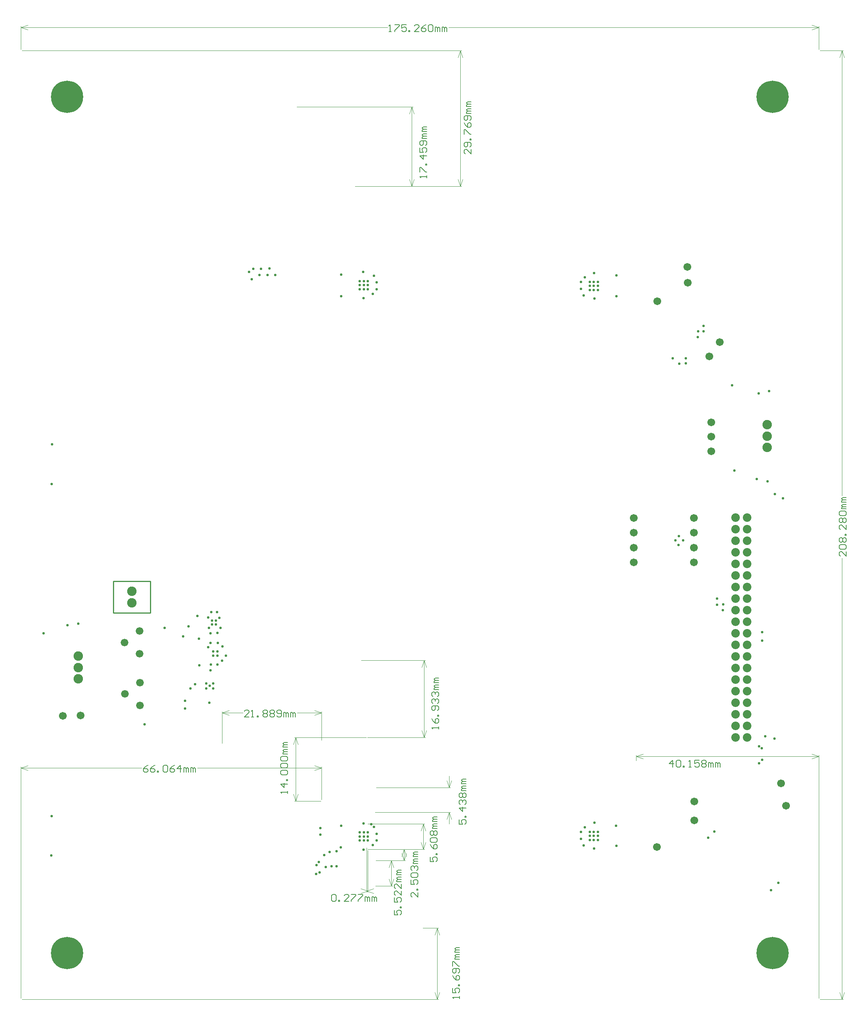
<source format=gbs>
G04*
G04 #@! TF.GenerationSoftware,Altium Limited,Altium Designer,23.2.1 (34)*
G04*
G04 Layer_Color=16711935*
%FSLAX25Y25*%
%MOIN*%
G70*
G04*
G04 #@! TF.SameCoordinates,F271847A-4AD1-4DFD-BFDE-6748CE706F92*
G04*
G04*
G04 #@! TF.FilePolarity,Negative*
G04*
G01*
G75*
%ADD12C,0.01000*%
%ADD15C,0.00394*%
%ADD16C,0.00600*%
%ADD73C,0.27858*%
%ADD74C,0.07386*%
%ADD75C,0.06699*%
%ADD76C,0.08173*%
%ADD77C,0.06598*%
%ADD78C,0.02268*%
D12*
X301905Y381390D02*
X302000Y354225D01*
X270016Y381279D02*
X270111Y354114D01*
X270016Y381279D02*
X301905Y381390D01*
X270111Y354114D02*
X302000Y354225D01*
D15*
X190000Y21000D02*
Y221000D01*
X450093Y192713D02*
Y221000D01*
X190000Y220000D02*
X294354D01*
X342539D02*
X450093D01*
X190000D02*
X196000Y218000D01*
X190000Y220000D02*
X196000Y222000D01*
X444093D02*
X450093Y220000D01*
X444093Y218000D02*
X450093Y220000D01*
X880000Y21000D02*
Y231000D01*
X721897Y226489D02*
Y231000D01*
X800949Y230000D02*
X880000D01*
X721897D02*
X800949D01*
X874000Y232000D02*
X880000Y230000D01*
X874000Y228000D02*
X880000Y230000D01*
X721897D02*
X727897Y228000D01*
X721897Y230000D02*
X727897Y232000D01*
X191000Y20000D02*
X551000D01*
X537527Y81799D02*
X551000D01*
X550000Y20000D02*
Y50899D01*
Y81799D01*
Y20000D02*
X552000Y26000D01*
X548000D02*
X550000Y20000D01*
X548000Y75799D02*
X550000Y81799D01*
X552000Y75799D01*
X191000Y840000D02*
X571000D01*
X490484Y722797D02*
X571000D01*
X570000Y781399D02*
Y840000D01*
Y722797D02*
Y781399D01*
X568000Y834000D02*
X570000Y840000D01*
X572000Y834000D01*
X570000Y722797D02*
X572000Y728797D01*
X568000D02*
X570000Y722797D01*
X881000Y20000D02*
X901000D01*
X881000Y840000D02*
X901000D01*
X900000Y20000D02*
Y401308D01*
Y455492D02*
Y840000D01*
Y20000D02*
X902000Y26000D01*
X898000D02*
X900000Y20000D01*
X898000Y834000D02*
X900000Y840000D01*
X902000Y834000D01*
X880000Y841000D02*
Y861000D01*
X190000Y841000D02*
Y861000D01*
X559992Y860000D02*
X880000D01*
X190000D02*
X506808D01*
X874000Y862000D02*
X880000Y860000D01*
X874000Y858000D02*
X880000Y860000D01*
X190000D02*
X196000Y858000D01*
X190000Y860000D02*
X196000Y862000D01*
X490026Y112800D02*
Y148782D01*
X488937Y112800D02*
Y151073D01*
X489482Y113800D02*
X490026D01*
X488937D02*
X489482D01*
X484026Y115800D02*
X490026Y113800D01*
X484026Y111800D02*
X490026Y113800D01*
X488937D02*
X494937Y111800D01*
X488937Y113800D02*
X494937Y115800D01*
X363912Y241257D02*
Y268700D01*
X450089Y243907D02*
Y268700D01*
X363912Y267700D02*
X381808D01*
X428994D02*
X450089D01*
X363912D02*
X369912Y265700D01*
X363912Y267700D02*
X369912Y269700D01*
X444089D02*
X450089Y267700D01*
X444089Y265700D02*
X450089Y267700D01*
X428539Y791504D02*
X529097D01*
X478892Y722768D02*
X529097D01*
X528097Y757136D02*
Y791504D01*
Y722768D02*
Y757136D01*
X526097Y785504D02*
X528097Y791504D01*
X530097Y785504D01*
X528097Y722768D02*
X530097Y728768D01*
X526097D02*
X528097Y722768D01*
X426600Y191250D02*
X449122D01*
X426600Y246368D02*
X488492D01*
X427600Y191250D02*
Y218809D01*
Y246368D01*
Y191250D02*
X429600Y197250D01*
X425600D02*
X427600Y191250D01*
X425600Y240368D02*
X427600Y246368D01*
X429600Y240368D01*
X491026Y149782D02*
X522400D01*
X496800Y139926D02*
X522400D01*
X521400Y144854D02*
Y149782D01*
Y139926D02*
Y144854D01*
X519400Y143782D02*
X521400Y149782D01*
X523400Y143782D01*
X521400Y139926D02*
X523400Y145926D01*
X519400D02*
X521400Y139926D01*
X496288Y181707D02*
X561400D01*
X497298Y203116D02*
X561400D01*
X560400D02*
Y213116D01*
Y171707D02*
Y181707D01*
Y203116D02*
X562400Y209116D01*
X558400D02*
X560400Y203116D01*
X558400Y175707D02*
X560400Y181707D01*
X562400Y175707D01*
X490039Y149778D02*
X539000D01*
X490035Y171858D02*
X539000D01*
X538000Y149778D02*
Y160818D01*
Y171858D01*
Y149778D02*
X540000Y155778D01*
X536000D02*
X538000Y149778D01*
X536000Y165858D02*
X538000Y171858D01*
X540000Y165858D01*
X496800Y139926D02*
X511200D01*
X496552Y118188D02*
X511200D01*
X510200Y129057D02*
Y139926D01*
Y118188D02*
Y129057D01*
X508200Y133926D02*
X510200Y139926D01*
X512200Y133926D01*
X510200Y118188D02*
X512200Y124188D01*
X508200D02*
X510200Y118188D01*
X536697Y252368D02*
X538697Y246368D01*
X540697Y252368D01*
X538697Y313035D02*
X540697Y307035D01*
X536697D02*
X538697Y313035D01*
Y246368D02*
Y279702D01*
Y313035D01*
X489492Y246368D02*
X539697D01*
X484367Y313035D02*
X539697D01*
D16*
X299952Y222399D02*
X297953Y221399D01*
X295953Y219400D01*
Y217401D01*
X296953Y216401D01*
X298953D01*
X299952Y217401D01*
Y218400D01*
X298953Y219400D01*
X295953D01*
X305950Y222399D02*
X303951Y221399D01*
X301952Y219400D01*
Y217401D01*
X302951Y216401D01*
X304951D01*
X305950Y217401D01*
Y218400D01*
X304951Y219400D01*
X301952D01*
X307950Y216401D02*
Y217401D01*
X308949D01*
Y216401D01*
X307950D01*
X312948Y221399D02*
X313948Y222399D01*
X315947D01*
X316947Y221399D01*
Y217401D01*
X315947Y216401D01*
X313948D01*
X312948Y217401D01*
Y221399D01*
X322945Y222399D02*
X320945Y221399D01*
X318946Y219400D01*
Y217401D01*
X319946Y216401D01*
X321945D01*
X322945Y217401D01*
Y218400D01*
X321945Y219400D01*
X318946D01*
X327943Y216401D02*
Y222399D01*
X324944Y219400D01*
X328943D01*
X330942Y216401D02*
Y220400D01*
X331942D01*
X332942Y219400D01*
Y216401D01*
Y219400D01*
X333941Y220400D01*
X334941Y219400D01*
Y216401D01*
X336940D02*
Y220400D01*
X337940D01*
X338940Y219400D01*
Y216401D01*
Y219400D01*
X339939Y220400D01*
X340939Y219400D01*
Y216401D01*
X753599Y220600D02*
Y226598D01*
X750600Y223599D01*
X754599D01*
X756598Y225598D02*
X757598Y226598D01*
X759597D01*
X760597Y225598D01*
Y221600D01*
X759597Y220600D01*
X757598D01*
X756598Y221600D01*
Y225598D01*
X762596Y220600D02*
Y221600D01*
X763596D01*
Y220600D01*
X762596D01*
X767594D02*
X769594D01*
X768594D01*
Y226598D01*
X767594Y225598D01*
X776592Y226598D02*
X772593D01*
Y223599D01*
X774592Y224599D01*
X775592D01*
X776592Y223599D01*
Y221600D01*
X775592Y220600D01*
X773593D01*
X772593Y221600D01*
X778591Y225598D02*
X779591Y226598D01*
X781590D01*
X782590Y225598D01*
Y224599D01*
X781590Y223599D01*
X782590Y222599D01*
Y221600D01*
X781590Y220600D01*
X779591D01*
X778591Y221600D01*
Y222599D01*
X779591Y223599D01*
X778591Y224599D01*
Y225598D01*
X779591Y223599D02*
X781590D01*
X784589Y220600D02*
Y224599D01*
X785589D01*
X786588Y223599D01*
Y220600D01*
Y223599D01*
X787588Y224599D01*
X788588Y223599D01*
Y220600D01*
X790587D02*
Y224599D01*
X791587D01*
X792586Y223599D01*
Y220600D01*
Y223599D01*
X793586Y224599D01*
X794586Y223599D01*
Y220600D01*
X569400Y20600D02*
Y22599D01*
Y21600D01*
X563402D01*
X564402Y20600D01*
X563402Y29597D02*
Y25598D01*
X566401D01*
X565401Y27598D01*
Y28597D01*
X566401Y29597D01*
X568400D01*
X569400Y28597D01*
Y26598D01*
X568400Y25598D01*
X569400Y31596D02*
X568400D01*
Y32596D01*
X569400D01*
Y31596D01*
X563402Y40593D02*
X564402Y38594D01*
X566401Y36595D01*
X568400D01*
X569400Y37595D01*
Y39594D01*
X568400Y40593D01*
X567401D01*
X566401Y39594D01*
Y36595D01*
X568400Y42593D02*
X569400Y43593D01*
Y45592D01*
X568400Y46592D01*
X564402D01*
X563402Y45592D01*
Y43593D01*
X564402Y42593D01*
X565401D01*
X566401Y43593D01*
Y46592D01*
X563402Y48591D02*
Y52590D01*
X564402D01*
X568400Y48591D01*
X569400D01*
Y54589D02*
X565401D01*
Y55589D01*
X566401Y56588D01*
X569400D01*
X566401D01*
X565401Y57588D01*
X566401Y58588D01*
X569400D01*
Y60587D02*
X565401D01*
Y61587D01*
X566401Y62586D01*
X569400D01*
X566401D01*
X565401Y63586D01*
X566401Y64586D01*
X569400D01*
X579400Y754599D02*
Y750600D01*
X575401Y754599D01*
X574402D01*
X573402Y753599D01*
Y751600D01*
X574402Y750600D01*
X578400Y756598D02*
X579400Y757598D01*
Y759597D01*
X578400Y760597D01*
X574402D01*
X573402Y759597D01*
Y757598D01*
X574402Y756598D01*
X575401D01*
X576401Y757598D01*
Y760597D01*
X579400Y762596D02*
X578400D01*
Y763596D01*
X579400D01*
Y762596D01*
X573402Y767594D02*
Y771593D01*
X574402D01*
X578400Y767594D01*
X579400D01*
X573402Y777591D02*
X574402Y775592D01*
X576401Y773593D01*
X578400D01*
X579400Y774592D01*
Y776592D01*
X578400Y777591D01*
X577401D01*
X576401Y776592D01*
Y773593D01*
X578400Y779591D02*
X579400Y780590D01*
Y782590D01*
X578400Y783589D01*
X574402D01*
X573402Y782590D01*
Y780590D01*
X574402Y779591D01*
X575401D01*
X576401Y780590D01*
Y783589D01*
X579400Y785589D02*
X575401D01*
Y786588D01*
X576401Y787588D01*
X579400D01*
X576401D01*
X575401Y788588D01*
X576401Y789587D01*
X579400D01*
Y791587D02*
X575401D01*
Y792586D01*
X576401Y793586D01*
X579400D01*
X576401D01*
X575401Y794586D01*
X576401Y795585D01*
X579400D01*
X903599Y406907D02*
Y402908D01*
X899600Y406907D01*
X898601D01*
X897601Y405907D01*
Y403908D01*
X898601Y402908D01*
Y408906D02*
X897601Y409906D01*
Y411905D01*
X898601Y412905D01*
X902599D01*
X903599Y411905D01*
Y409906D01*
X902599Y408906D01*
X898601D01*
Y414904D02*
X897601Y415904D01*
Y417903D01*
X898601Y418903D01*
X899600D01*
X900600Y417903D01*
X901600Y418903D01*
X902599D01*
X903599Y417903D01*
Y415904D01*
X902599Y414904D01*
X901600D01*
X900600Y415904D01*
X899600Y414904D01*
X898601D01*
X900600Y415904D02*
Y417903D01*
X903599Y420902D02*
X902599D01*
Y421902D01*
X903599D01*
Y420902D01*
Y429900D02*
Y425901D01*
X899600Y429900D01*
X898601D01*
X897601Y428900D01*
Y426900D01*
X898601Y425901D01*
Y431899D02*
X897601Y432899D01*
Y434898D01*
X898601Y435898D01*
X899600D01*
X900600Y434898D01*
X901600Y435898D01*
X902599D01*
X903599Y434898D01*
Y432899D01*
X902599Y431899D01*
X901600D01*
X900600Y432899D01*
X899600Y431899D01*
X898601D01*
X900600Y432899D02*
Y434898D01*
X898601Y437897D02*
X897601Y438897D01*
Y440896D01*
X898601Y441896D01*
X902599D01*
X903599Y440896D01*
Y438897D01*
X902599Y437897D01*
X898601D01*
X903599Y443895D02*
X899600D01*
Y444895D01*
X900600Y445894D01*
X903599D01*
X900600D01*
X899600Y446894D01*
X900600Y447894D01*
X903599D01*
Y449893D02*
X899600D01*
Y450893D01*
X900600Y451892D01*
X903599D01*
X900600D01*
X899600Y452892D01*
X900600Y453892D01*
X903599D01*
X508408Y856401D02*
X510407D01*
X509408D01*
Y862399D01*
X508408Y861399D01*
X513407Y862399D02*
X517405D01*
Y861399D01*
X513407Y857401D01*
Y856401D01*
X523403Y862399D02*
X519405D01*
Y859400D01*
X521404Y860400D01*
X522403D01*
X523403Y859400D01*
Y857401D01*
X522403Y856401D01*
X520404D01*
X519405Y857401D01*
X525403Y856401D02*
Y857401D01*
X526402D01*
Y856401D01*
X525403D01*
X534400D02*
X530401D01*
X534400Y860400D01*
Y861399D01*
X533400Y862399D01*
X531401D01*
X530401Y861399D01*
X540398Y862399D02*
X538398Y861399D01*
X536399Y859400D01*
Y857401D01*
X537399Y856401D01*
X539398D01*
X540398Y857401D01*
Y858400D01*
X539398Y859400D01*
X536399D01*
X542397Y861399D02*
X543397Y862399D01*
X545396D01*
X546396Y861399D01*
Y857401D01*
X545396Y856401D01*
X543397D01*
X542397Y857401D01*
Y861399D01*
X548395Y856401D02*
Y860400D01*
X549395D01*
X550394Y859400D01*
Y856401D01*
Y859400D01*
X551394Y860400D01*
X552394Y859400D01*
Y856401D01*
X554393D02*
Y860400D01*
X555393D01*
X556393Y859400D01*
Y856401D01*
Y859400D01*
X557392Y860400D01*
X558392Y859400D01*
Y856401D01*
X458700Y109798D02*
X459700Y110798D01*
X461699D01*
X462699Y109798D01*
Y105800D01*
X461699Y104800D01*
X459700D01*
X458700Y105800D01*
Y109798D01*
X464698Y104800D02*
Y105800D01*
X465698D01*
Y104800D01*
X464698D01*
X473695D02*
X469696D01*
X473695Y108799D01*
Y109798D01*
X472695Y110798D01*
X470696D01*
X469696Y109798D01*
X475695Y110798D02*
X479693D01*
Y109798D01*
X475695Y105800D01*
Y104800D01*
X481693Y110798D02*
X485691D01*
Y109798D01*
X481693Y105800D01*
Y104800D01*
X487691D02*
Y108799D01*
X488690D01*
X489690Y107799D01*
Y104800D01*
Y107799D01*
X490690Y108799D01*
X491689Y107799D01*
Y104800D01*
X493689D02*
Y108799D01*
X494688D01*
X495688Y107799D01*
Y104800D01*
Y107799D01*
X496688Y108799D01*
X497687Y107799D01*
Y104800D01*
X387406Y264101D02*
X383408D01*
X387406Y268100D01*
Y269099D01*
X386407Y270099D01*
X384407D01*
X383408Y269099D01*
X389406Y264101D02*
X391405D01*
X390406D01*
Y270099D01*
X389406Y269099D01*
X394404Y264101D02*
Y265101D01*
X395404D01*
Y264101D01*
X394404D01*
X399403Y269099D02*
X400402Y270099D01*
X402402D01*
X403401Y269099D01*
Y268100D01*
X402402Y267100D01*
X403401Y266100D01*
Y265101D01*
X402402Y264101D01*
X400402D01*
X399403Y265101D01*
Y266100D01*
X400402Y267100D01*
X399403Y268100D01*
Y269099D01*
X400402Y267100D02*
X402402D01*
X405401Y269099D02*
X406400Y270099D01*
X408400D01*
X409399Y269099D01*
Y268100D01*
X408400Y267100D01*
X409399Y266100D01*
Y265101D01*
X408400Y264101D01*
X406400D01*
X405401Y265101D01*
Y266100D01*
X406400Y267100D01*
X405401Y268100D01*
Y269099D01*
X406400Y267100D02*
X408400D01*
X411399Y265101D02*
X412398Y264101D01*
X414398D01*
X415397Y265101D01*
Y269099D01*
X414398Y270099D01*
X412398D01*
X411399Y269099D01*
Y268100D01*
X412398Y267100D01*
X415397D01*
X417397Y264101D02*
Y268100D01*
X418396D01*
X419396Y267100D01*
Y264101D01*
Y267100D01*
X420396Y268100D01*
X421395Y267100D01*
Y264101D01*
X423395D02*
Y268100D01*
X424395D01*
X425394Y267100D01*
Y264101D01*
Y267100D01*
X426394Y268100D01*
X427393Y267100D01*
Y264101D01*
X540800Y730026D02*
Y732025D01*
Y731026D01*
X534802D01*
X535802Y730026D01*
X534802Y735024D02*
Y739023D01*
X535802D01*
X539800Y735024D01*
X540800D01*
Y741022D02*
X539800D01*
Y742022D01*
X540800D01*
Y741022D01*
Y749020D02*
X534802D01*
X537801Y746021D01*
Y750020D01*
X534802Y756018D02*
Y752019D01*
X537801D01*
X536801Y754018D01*
Y755018D01*
X537801Y756018D01*
X539800D01*
X540800Y755018D01*
Y753019D01*
X539800Y752019D01*
Y758017D02*
X540800Y759017D01*
Y761016D01*
X539800Y762016D01*
X535802D01*
X534802Y761016D01*
Y759017D01*
X535802Y758017D01*
X536801D01*
X537801Y759017D01*
Y762016D01*
X540800Y764015D02*
X536801D01*
Y765015D01*
X537801Y766014D01*
X540800D01*
X537801D01*
X536801Y767014D01*
X537801Y768014D01*
X540800D01*
Y770013D02*
X536801D01*
Y771013D01*
X537801Y772012D01*
X540800D01*
X537801D01*
X536801Y773012D01*
X537801Y774012D01*
X540800D01*
X420600Y198200D02*
Y200199D01*
Y199200D01*
X414602D01*
X415602Y198200D01*
X420600Y206197D02*
X414602D01*
X417601Y203198D01*
Y207197D01*
X420600Y209196D02*
X419600D01*
Y210196D01*
X420600D01*
Y209196D01*
X415602Y214195D02*
X414602Y215195D01*
Y217194D01*
X415602Y218194D01*
X419600D01*
X420600Y217194D01*
Y215195D01*
X419600Y214195D01*
X415602D01*
Y220193D02*
X414602Y221193D01*
Y223192D01*
X415602Y224192D01*
X419600D01*
X420600Y223192D01*
Y221193D01*
X419600Y220193D01*
X415602D01*
Y226191D02*
X414602Y227191D01*
Y229190D01*
X415602Y230190D01*
X419600D01*
X420600Y229190D01*
Y227191D01*
X419600Y226191D01*
X415602D01*
X420600Y232189D02*
X416601D01*
Y233189D01*
X417601Y234188D01*
X420600D01*
X417601D01*
X416601Y235188D01*
X417601Y236188D01*
X420600D01*
Y238187D02*
X416601D01*
Y239187D01*
X417601Y240186D01*
X420600D01*
X417601D01*
X416601Y241186D01*
X417601Y242186D01*
X420600D01*
X533400Y112399D02*
Y108400D01*
X529401Y112399D01*
X528402D01*
X527402Y111399D01*
Y109400D01*
X528402Y108400D01*
X533400Y114398D02*
X532400D01*
Y115398D01*
X533400D01*
Y114398D01*
X527402Y123395D02*
Y119396D01*
X530401D01*
X529401Y121396D01*
Y122396D01*
X530401Y123395D01*
X532400D01*
X533400Y122396D01*
Y120396D01*
X532400Y119396D01*
X528402Y125394D02*
X527402Y126394D01*
Y128393D01*
X528402Y129393D01*
X532400D01*
X533400Y128393D01*
Y126394D01*
X532400Y125394D01*
X528402D01*
Y131393D02*
X527402Y132392D01*
Y134392D01*
X528402Y135391D01*
X529401D01*
X530401Y134392D01*
Y133392D01*
Y134392D01*
X531401Y135391D01*
X532400D01*
X533400Y134392D01*
Y132392D01*
X532400Y131393D01*
X533400Y137391D02*
X529401D01*
Y138390D01*
X530401Y139390D01*
X533400D01*
X530401D01*
X529401Y140390D01*
X530401Y141389D01*
X533400D01*
Y143389D02*
X529401D01*
Y144388D01*
X530401Y145388D01*
X533400D01*
X530401D01*
X529401Y146388D01*
X530401Y147387D01*
X533400D01*
X568798Y175317D02*
Y171318D01*
X571797D01*
X570797Y173317D01*
Y174317D01*
X571797Y175317D01*
X573796D01*
X574796Y174317D01*
Y172318D01*
X573796Y171318D01*
X574796Y177316D02*
X573796D01*
Y178316D01*
X574796D01*
Y177316D01*
Y185313D02*
X568798D01*
X571797Y182315D01*
Y186313D01*
X569798Y188313D02*
X568798Y189312D01*
Y191312D01*
X569798Y192311D01*
X570797D01*
X571797Y191312D01*
Y190312D01*
Y191312D01*
X572797Y192311D01*
X573796D01*
X574796Y191312D01*
Y189312D01*
X573796Y188313D01*
X569798Y194311D02*
X568798Y195310D01*
Y197310D01*
X569798Y198309D01*
X570797D01*
X571797Y197310D01*
X572797Y198309D01*
X573796D01*
X574796Y197310D01*
Y195310D01*
X573796Y194311D01*
X572797D01*
X571797Y195310D01*
X570797Y194311D01*
X569798D01*
X571797Y195310D02*
Y197310D01*
X574796Y200309D02*
X570797D01*
Y201308D01*
X571797Y202308D01*
X574796D01*
X571797D01*
X570797Y203308D01*
X571797Y204307D01*
X574796D01*
Y206307D02*
X570797D01*
Y207306D01*
X571797Y208306D01*
X574796D01*
X571797D01*
X570797Y209306D01*
X571797Y210305D01*
X574796D01*
X543902Y142899D02*
Y138900D01*
X546901D01*
X545901Y140899D01*
Y141899D01*
X546901Y142899D01*
X548900D01*
X549900Y141899D01*
Y139900D01*
X548900Y138900D01*
X549900Y144898D02*
X548900D01*
Y145898D01*
X549900D01*
Y144898D01*
X543902Y153895D02*
X544902Y151896D01*
X546901Y149896D01*
X548900D01*
X549900Y150896D01*
Y152895D01*
X548900Y153895D01*
X547901D01*
X546901Y152895D01*
Y149896D01*
X544902Y155894D02*
X543902Y156894D01*
Y158894D01*
X544902Y159893D01*
X548900D01*
X549900Y158894D01*
Y156894D01*
X548900Y155894D01*
X544902D01*
Y161893D02*
X543902Y162892D01*
Y164892D01*
X544902Y165891D01*
X545901D01*
X546901Y164892D01*
X547901Y165891D01*
X548900D01*
X549900Y164892D01*
Y162892D01*
X548900Y161893D01*
X547901D01*
X546901Y162892D01*
X545901Y161893D01*
X544902D01*
X546901Y162892D02*
Y164892D01*
X549900Y167891D02*
X545901D01*
Y168890D01*
X546901Y169890D01*
X549900D01*
X546901D01*
X545901Y170890D01*
X546901Y171889D01*
X549900D01*
Y173889D02*
X545901D01*
Y174888D01*
X546901Y175888D01*
X549900D01*
X546901D01*
X545901Y176888D01*
X546901Y177887D01*
X549900D01*
X513102Y96899D02*
Y92900D01*
X516101D01*
X515101Y94899D01*
Y95899D01*
X516101Y96899D01*
X518100D01*
X519100Y95899D01*
Y93900D01*
X518100Y92900D01*
X519100Y98898D02*
X518100D01*
Y99898D01*
X519100D01*
Y98898D01*
X513102Y107895D02*
Y103896D01*
X516101D01*
X515101Y105896D01*
Y106895D01*
X516101Y107895D01*
X518100D01*
X519100Y106895D01*
Y104896D01*
X518100Y103896D01*
X519100Y113893D02*
Y109895D01*
X515101Y113893D01*
X514102D01*
X513102Y112893D01*
Y110894D01*
X514102Y109895D01*
X519100Y119891D02*
Y115893D01*
X515101Y119891D01*
X514102D01*
X513102Y118892D01*
Y116892D01*
X514102Y115893D01*
X519100Y121891D02*
X515101D01*
Y122890D01*
X516101Y123890D01*
X519100D01*
X516101D01*
X515101Y124890D01*
X516101Y125889D01*
X519100D01*
Y127889D02*
X515101D01*
Y128888D01*
X516101Y129888D01*
X519100D01*
X516101D01*
X515101Y130888D01*
X516101Y131887D01*
X519100D01*
X551400Y253626D02*
Y255625D01*
Y254626D01*
X545402D01*
X546402Y253626D01*
X545402Y262623D02*
X546402Y260624D01*
X548401Y258624D01*
X550400D01*
X551400Y259624D01*
Y261623D01*
X550400Y262623D01*
X549401D01*
X548401Y261623D01*
Y258624D01*
X551400Y264622D02*
X550400D01*
Y265622D01*
X551400D01*
Y264622D01*
X550400Y269621D02*
X551400Y270620D01*
Y272620D01*
X550400Y273620D01*
X546402D01*
X545402Y272620D01*
Y270620D01*
X546402Y269621D01*
X547401D01*
X548401Y270620D01*
Y273620D01*
X546402Y275619D02*
X545402Y276619D01*
Y278618D01*
X546402Y279618D01*
X547401D01*
X548401Y278618D01*
Y277618D01*
Y278618D01*
X549401Y279618D01*
X550400D01*
X551400Y278618D01*
Y276619D01*
X550400Y275619D01*
X546402Y281617D02*
X545402Y282617D01*
Y284616D01*
X546402Y285616D01*
X547401D01*
X548401Y284616D01*
Y283616D01*
Y284616D01*
X549401Y285616D01*
X550400D01*
X551400Y284616D01*
Y282617D01*
X550400Y281617D01*
X551400Y287615D02*
X547401D01*
Y288615D01*
X548401Y289614D01*
X551400D01*
X548401D01*
X547401Y290614D01*
X548401Y291614D01*
X551400D01*
Y293613D02*
X547401D01*
Y294613D01*
X548401Y295612D01*
X551400D01*
X548401D01*
X547401Y296612D01*
X548401Y297612D01*
X551400D01*
D73*
X840000Y60000D02*
D03*
X230000D02*
D03*
X840000Y800000D02*
D03*
X230000D02*
D03*
D74*
X808047Y436264D02*
D03*
X818047D02*
D03*
X808047Y426264D02*
D03*
X818047D02*
D03*
X808047Y416264D02*
D03*
X818047D02*
D03*
X808047Y406264D02*
D03*
X818047D02*
D03*
X808047Y396264D02*
D03*
X818047D02*
D03*
X808047Y386264D02*
D03*
X818047D02*
D03*
X808047Y376264D02*
D03*
X818047D02*
D03*
X808047Y366264D02*
D03*
X818047D02*
D03*
X808047Y356264D02*
D03*
X818047D02*
D03*
X808047Y346264D02*
D03*
X818047D02*
D03*
X808047Y336264D02*
D03*
X818047D02*
D03*
X808047Y326264D02*
D03*
X818047D02*
D03*
X808047Y316264D02*
D03*
X818047D02*
D03*
X808047Y306264D02*
D03*
X818047D02*
D03*
X808047Y296264D02*
D03*
X818047D02*
D03*
X808047Y286264D02*
D03*
X818047D02*
D03*
X808047Y276264D02*
D03*
X818047D02*
D03*
X808047Y266264D02*
D03*
X818047D02*
D03*
X808047Y256264D02*
D03*
X818047D02*
D03*
X808047Y246264D02*
D03*
X818047D02*
D03*
D75*
X772048Y397708D02*
D03*
X847319Y206799D02*
D03*
X740190Y623347D02*
D03*
X766638Y639248D02*
D03*
X766366Y653158D02*
D03*
X771951Y410514D02*
D03*
Y423320D02*
D03*
X772051Y436126D02*
D03*
X787008Y518831D02*
D03*
X720000Y410514D02*
D03*
Y397708D02*
D03*
Y423320D02*
D03*
Y436126D02*
D03*
X226208Y265031D02*
D03*
X241608Y265231D02*
D03*
X787008Y493631D02*
D03*
Y506231D02*
D03*
X772272Y174713D02*
D03*
X851685Y187307D02*
D03*
X772224Y190976D02*
D03*
X794425Y587898D02*
D03*
X785268Y575827D02*
D03*
X739858Y151618D02*
D03*
D76*
X835370Y497051D02*
D03*
Y506894D02*
D03*
Y516736D02*
D03*
X239508Y296931D02*
D03*
Y306773D02*
D03*
Y316616D02*
D03*
X286008Y362831D02*
D03*
Y372673D02*
D03*
D77*
X293004Y274088D02*
D03*
Y293773D02*
D03*
X280012Y283931D02*
D03*
X292604Y318688D02*
D03*
Y338373D02*
D03*
X279612Y328531D02*
D03*
D78*
X705100Y152626D02*
D03*
X314300Y340900D02*
D03*
X704800Y645574D02*
D03*
Y627774D02*
D03*
X842100Y456800D02*
D03*
X848953Y453131D02*
D03*
X791854Y366354D02*
D03*
X791800Y361000D02*
D03*
X765059Y574146D02*
D03*
X753563Y574118D02*
D03*
X764850Y569571D02*
D03*
X759216Y569425D02*
D03*
X762513Y416599D02*
D03*
X758760Y412811D02*
D03*
X755897Y416613D02*
D03*
X759079Y420354D02*
D03*
X775516Y597496D02*
D03*
X775398Y592410D02*
D03*
X780185Y597261D02*
D03*
X780280Y601984D02*
D03*
X844980Y120728D02*
D03*
X838543Y114394D02*
D03*
X789667Y164984D02*
D03*
X486531Y637264D02*
D03*
Y633764D02*
D03*
Y640764D02*
D03*
X490031Y637264D02*
D03*
Y640764D02*
D03*
Y633764D02*
D03*
X494406Y629783D02*
D03*
X495291Y645532D02*
D03*
X497563Y633819D02*
D03*
X676648Y628381D02*
D03*
X685404Y633081D02*
D03*
X483032Y633764D02*
D03*
X387417Y648779D02*
D03*
X389681Y642382D02*
D03*
X391059Y651514D02*
D03*
X396374Y646024D02*
D03*
X397488Y651514D02*
D03*
X403388Y646002D02*
D03*
X404988Y651602D02*
D03*
X409988Y646045D02*
D03*
X466788Y627802D02*
D03*
X466988Y646502D02*
D03*
X483032Y637264D02*
D03*
Y640764D02*
D03*
X497563Y639724D02*
D03*
X674376Y640094D02*
D03*
Y634188D02*
D03*
X485988Y648602D02*
D03*
X677534Y644129D02*
D03*
X681904Y633081D02*
D03*
Y636581D02*
D03*
Y640081D02*
D03*
X686088Y625602D02*
D03*
X688904Y633081D02*
D03*
Y636581D02*
D03*
Y640081D02*
D03*
X486288Y626002D02*
D03*
X685404Y636581D02*
D03*
Y640081D02*
D03*
X685488Y647802D02*
D03*
X828189Y224130D02*
D03*
X828308Y238807D02*
D03*
X830811Y227114D02*
D03*
X830744Y237110D02*
D03*
X784402Y159760D02*
D03*
X685370Y161389D02*
D03*
X677484Y168807D02*
D03*
X681870Y157889D02*
D03*
Y164889D02*
D03*
Y161389D02*
D03*
X685370Y157889D02*
D03*
Y164889D02*
D03*
X686096Y172715D02*
D03*
X688870Y157889D02*
D03*
Y161389D02*
D03*
X674327Y164772D02*
D03*
Y158866D02*
D03*
X688870Y164889D02*
D03*
X704696Y170215D02*
D03*
X685696Y150315D02*
D03*
X676598Y153059D02*
D03*
X490039Y160835D02*
D03*
X486244Y172153D02*
D03*
X492996Y171515D02*
D03*
X483039Y157335D02*
D03*
X490039D02*
D03*
Y164335D02*
D03*
X483039D02*
D03*
X486539Y157335D02*
D03*
Y164335D02*
D03*
X495299Y169004D02*
D03*
X483039Y160835D02*
D03*
X486539D02*
D03*
X497571Y163197D02*
D03*
X445284Y128271D02*
D03*
X448350Y129831D02*
D03*
X445595Y136031D02*
D03*
X453764Y134457D02*
D03*
X497571Y157291D02*
D03*
X448941Y167998D02*
D03*
Y162530D02*
D03*
X466496Y151515D02*
D03*
X494413Y153256D02*
D03*
X458488Y135047D02*
D03*
X447758Y138888D02*
D03*
X463114Y135146D02*
D03*
X452386Y144890D02*
D03*
X457110Y147348D02*
D03*
X463016Y147941D02*
D03*
X486244Y149319D02*
D03*
X466896Y170115D02*
D03*
X297108Y257831D02*
D03*
X342508Y351231D02*
D03*
X334808Y342431D02*
D03*
X330308Y333831D02*
D03*
X344108Y331731D02*
D03*
X354308Y309531D02*
D03*
X344208Y308831D02*
D03*
X332108Y271231D02*
D03*
Y278031D02*
D03*
X336608Y288631D02*
D03*
X239508Y344731D02*
D03*
X230408Y343331D02*
D03*
X209708Y336431D02*
D03*
X804808Y550631D02*
D03*
X806808Y477131D02*
D03*
X841669Y245476D02*
D03*
X833697Y247543D02*
D03*
X796984Y356303D02*
D03*
X797181Y361323D02*
D03*
X830842Y330024D02*
D03*
Y337307D02*
D03*
X356187Y317020D02*
D03*
X359908Y309331D02*
D03*
X354071Y304236D02*
D03*
X352506Y341092D02*
D03*
X351905Y350201D02*
D03*
X361748Y349807D02*
D03*
X362535Y341146D02*
D03*
X340488Y292327D02*
D03*
X363913Y312602D02*
D03*
X351807Y324413D02*
D03*
X364307Y324905D02*
D03*
X367260Y316933D02*
D03*
X828023Y543565D02*
D03*
X216374Y144295D02*
D03*
X216571Y178350D02*
D03*
X216866Y499610D02*
D03*
X216571Y465358D02*
D03*
X835565Y467888D02*
D03*
X826115Y469679D02*
D03*
X836933Y545857D02*
D03*
X356259Y288762D02*
D03*
Y293162D02*
D03*
X350259Y288762D02*
D03*
Y293162D02*
D03*
X353259Y290962D02*
D03*
X355353Y347241D02*
D03*
X358653D02*
D03*
X355353Y343941D02*
D03*
X358653D02*
D03*
X356187Y320620D02*
D03*
X359787D02*
D03*
Y317020D02*
D03*
X359681Y354728D02*
D03*
X354465Y354630D02*
D03*
X353108Y276331D02*
D03*
X360075Y336618D02*
D03*
X353874Y336520D02*
D03*
X360272Y328055D02*
D03*
X354108Y327931D02*
D03*
M02*

</source>
